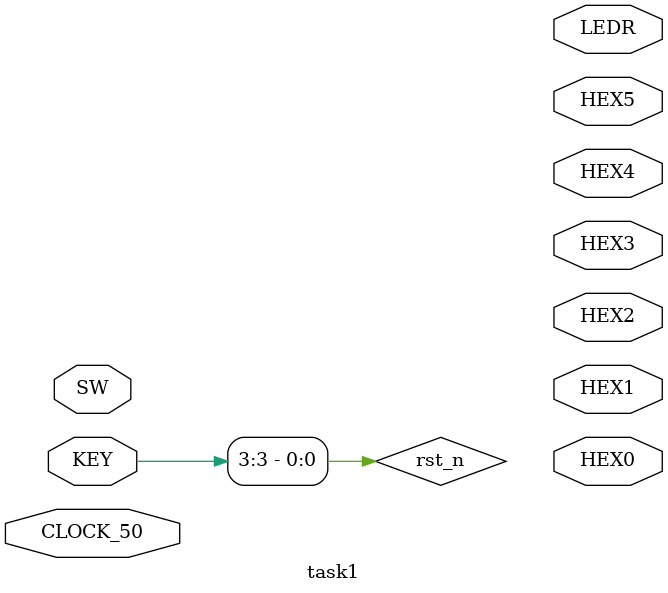
<source format=sv>
module task1(input logic CLOCK_50, input logic [3:0] KEY, input logic [9:0] SW,
             output logic [6:0] HEX0, output logic [6:0] HEX1, output logic [6:0] HEX2,
             output logic [6:0] HEX3, output logic [6:0] HEX4, output logic [6:0] HEX5,
             output logic [9:0] LEDR);

    logic rst_n, en, rdy, wren, enabled;
    logic [7:0] addr, wrdata, q;

    assign rst_n = KEY[3];
    assign en = rdy & ~enabled;

    always @(posedge CLOCK_50) begin
       if (rst_n == 1'b0)
              enabled <= 1'b0;
       if (en == 1'b1)
              enabled <= 1'b1;
    end

    init i(.clk(CLOCK_50),
           .rst_n(rst_n),
           .en(en),
           .rdy(rdy),
           .addr(addr),
           .wrdata(wrdata),
           .wren(wren));

    s_mem s(.address(addr),
            .clock(CLOCK_50),
            .data(wrdata),
            .wren(wren),
            .q(q));

endmodule: task1

</source>
